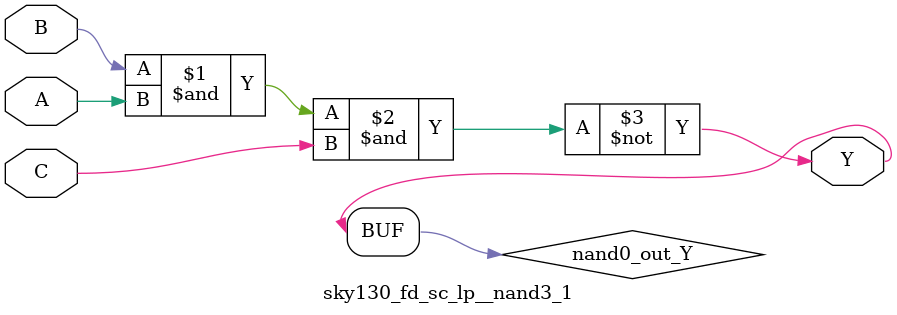
<source format=v>
/*
 * Copyright 2020 The SkyWater PDK Authors
 *
 * Licensed under the Apache License, Version 2.0 (the "License");
 * you may not use this file except in compliance with the License.
 * You may obtain a copy of the License at
 *
 *     https://www.apache.org/licenses/LICENSE-2.0
 *
 * Unless required by applicable law or agreed to in writing, software
 * distributed under the License is distributed on an "AS IS" BASIS,
 * WITHOUT WARRANTIES OR CONDITIONS OF ANY KIND, either express or implied.
 * See the License for the specific language governing permissions and
 * limitations under the License.
 *
 * SPDX-License-Identifier: Apache-2.0
*/


`ifndef SKY130_FD_SC_LP__NAND3_1_FUNCTIONAL_V
`define SKY130_FD_SC_LP__NAND3_1_FUNCTIONAL_V

/**
 * nand3: 3-input NAND.
 *
 * Verilog simulation functional model.
 */

`timescale 1ns / 1ps
`default_nettype none

`celldefine
module sky130_fd_sc_lp__nand3_1 (
    Y,
    A,
    B,
    C
);

    // Module ports
    output Y;
    input  A;
    input  B;
    input  C;

    // Local signals
    wire nand0_out_Y;

    //   Name   Output       Other arguments
    nand nand0 (nand0_out_Y, B, A, C        );
    buf  buf0  (Y          , nand0_out_Y    );

endmodule
`endcelldefine

`default_nettype wire
`endif  // SKY130_FD_SC_LP__NAND3_1_FUNCTIONAL_V

</source>
